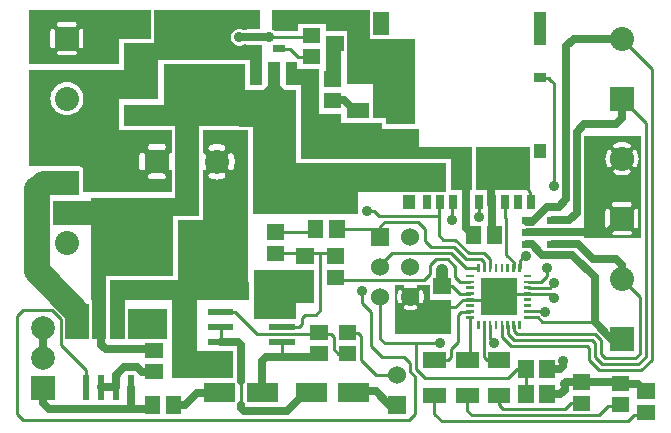
<source format=gbr>
G04 start of page 2 for group 0 idx 0 *
G04 Title: (unknown), component *
G04 Creator: pcb 20110918 *
G04 CreationDate: Fri 20 Jun 2014 04:10:56 PM GMT UTC *
G04 For: ndholmes *
G04 Format: Gerber/RS-274X *
G04 PCB-Dimensions: 225000 140000 *
G04 PCB-Coordinate-Origin: lower left *
%MOIN*%
%FSLAX25Y25*%
%LNTOP*%
%ADD34C,0.0480*%
%ADD33C,0.0380*%
%ADD32C,0.0450*%
%ADD31C,0.0200*%
%ADD30C,0.0360*%
%ADD29R,0.0315X0.0315*%
%ADD28R,0.0240X0.0240*%
%ADD27R,0.0945X0.0945*%
%ADD26R,0.0378X0.0378*%
%ADD25R,0.0360X0.0360*%
%ADD24R,0.0091X0.0091*%
%ADD23R,0.0394X0.0394*%
%ADD22R,0.0276X0.0276*%
%ADD21R,0.0200X0.0200*%
%ADD20R,0.0630X0.0630*%
%ADD19R,0.0512X0.0512*%
%ADD18C,0.0787*%
%ADD17C,0.0600*%
%ADD16C,0.0850*%
%ADD15C,0.0800*%
%ADD14C,0.0400*%
%ADD13C,0.0250*%
%ADD12C,0.0100*%
%ADD11C,0.0001*%
G54D11*G36*
X56500Y102000D02*X64500D01*
Y78500D01*
X56500D01*
Y102000D01*
G37*
G36*
X75261Y99000D02*X81000D01*
Y51500D01*
X75261D01*
Y85683D01*
X75331Y85695D01*
X75480Y85746D01*
X75619Y85819D01*
X75745Y85913D01*
X75855Y86025D01*
X75946Y86154D01*
X76013Y86296D01*
X76204Y86828D01*
X76337Y87377D01*
X76417Y87936D01*
X76444Y88500D01*
X76417Y89064D01*
X76337Y89623D01*
X76204Y90172D01*
X76019Y90706D01*
X75950Y90848D01*
X75858Y90977D01*
X75748Y91091D01*
X75621Y91185D01*
X75481Y91259D01*
X75332Y91309D01*
X75261Y91321D01*
Y99000D01*
G37*
G36*
X70502D02*X75261D01*
Y91321D01*
X75176Y91336D01*
X75018Y91338D01*
X74861Y91315D01*
X74710Y91268D01*
X74569Y91198D01*
X74439Y91107D01*
X74326Y90996D01*
X74232Y90870D01*
X74158Y90730D01*
X74108Y90580D01*
X74081Y90424D01*
X74079Y90266D01*
X74102Y90110D01*
X74152Y89960D01*
X74278Y89608D01*
X74366Y89244D01*
X74419Y88874D01*
X74437Y88500D01*
X74419Y88126D01*
X74366Y87756D01*
X74278Y87392D01*
X74156Y87039D01*
X74106Y86889D01*
X74083Y86734D01*
X74085Y86576D01*
X74112Y86421D01*
X74162Y86272D01*
X74236Y86133D01*
X74330Y86007D01*
X74442Y85897D01*
X74571Y85806D01*
X74712Y85736D01*
X74862Y85689D01*
X75018Y85667D01*
X75175Y85668D01*
X75261Y85683D01*
Y51500D01*
X70502D01*
Y82556D01*
X71064Y82583D01*
X71623Y82663D01*
X72172Y82796D01*
X72706Y82981D01*
X72848Y83050D01*
X72977Y83142D01*
X73091Y83252D01*
X73185Y83379D01*
X73259Y83519D01*
X73309Y83668D01*
X73336Y83824D01*
X73338Y83982D01*
X73315Y84139D01*
X73268Y84290D01*
X73198Y84431D01*
X73107Y84561D01*
X72996Y84674D01*
X72870Y84768D01*
X72730Y84842D01*
X72580Y84892D01*
X72424Y84919D01*
X72266Y84921D01*
X72110Y84898D01*
X71960Y84848D01*
X71608Y84722D01*
X71244Y84634D01*
X70874Y84581D01*
X70502Y84563D01*
Y92437D01*
X70874Y92419D01*
X71244Y92366D01*
X71608Y92278D01*
X71961Y92156D01*
X72111Y92106D01*
X72266Y92083D01*
X72424Y92085D01*
X72579Y92112D01*
X72728Y92162D01*
X72867Y92236D01*
X72993Y92330D01*
X73103Y92442D01*
X73194Y92571D01*
X73264Y92712D01*
X73311Y92862D01*
X73333Y93018D01*
X73332Y93175D01*
X73305Y93331D01*
X73254Y93480D01*
X73181Y93619D01*
X73087Y93745D01*
X72975Y93855D01*
X72846Y93946D01*
X72704Y94013D01*
X72172Y94204D01*
X71623Y94337D01*
X71064Y94417D01*
X70502Y94444D01*
Y99000D01*
G37*
G36*
X66000D02*X70502D01*
Y94444D01*
X70500Y94444D01*
X69936Y94417D01*
X69377Y94337D01*
X68828Y94204D01*
X68294Y94019D01*
X68152Y93950D01*
X68023Y93858D01*
X67909Y93748D01*
X67815Y93621D01*
X67741Y93481D01*
X67691Y93332D01*
X67664Y93176D01*
X67662Y93018D01*
X67685Y92861D01*
X67732Y92710D01*
X67802Y92569D01*
X67893Y92439D01*
X68004Y92326D01*
X68130Y92232D01*
X68270Y92158D01*
X68420Y92108D01*
X68576Y92081D01*
X68734Y92079D01*
X68890Y92102D01*
X69040Y92152D01*
X69392Y92278D01*
X69756Y92366D01*
X70126Y92419D01*
X70500Y92437D01*
X70502Y92437D01*
Y84563D01*
X70500Y84563D01*
X70126Y84581D01*
X69756Y84634D01*
X69392Y84722D01*
X69039Y84844D01*
X68889Y84894D01*
X68734Y84917D01*
X68576Y84915D01*
X68421Y84888D01*
X68272Y84838D01*
X68133Y84764D01*
X68007Y84670D01*
X67897Y84558D01*
X67806Y84429D01*
X67736Y84288D01*
X67689Y84138D01*
X67667Y83982D01*
X67668Y83825D01*
X67695Y83669D01*
X67746Y83520D01*
X67819Y83381D01*
X67913Y83255D01*
X68025Y83145D01*
X68154Y83054D01*
X68296Y82987D01*
X68828Y82796D01*
X69377Y82663D01*
X69936Y82583D01*
X70500Y82556D01*
X70502Y82556D01*
Y51500D01*
X66000D01*
Y85665D01*
X66139Y85685D01*
X66290Y85732D01*
X66431Y85802D01*
X66561Y85893D01*
X66674Y86004D01*
X66768Y86130D01*
X66842Y86270D01*
X66892Y86420D01*
X66919Y86576D01*
X66921Y86734D01*
X66898Y86890D01*
X66848Y87040D01*
X66722Y87392D01*
X66634Y87756D01*
X66581Y88126D01*
X66563Y88500D01*
X66581Y88874D01*
X66634Y89244D01*
X66722Y89608D01*
X66844Y89961D01*
X66894Y90111D01*
X66917Y90266D01*
X66915Y90424D01*
X66888Y90579D01*
X66838Y90728D01*
X66764Y90867D01*
X66670Y90993D01*
X66558Y91103D01*
X66429Y91194D01*
X66288Y91264D01*
X66138Y91311D01*
X66000Y91331D01*
Y99000D01*
G37*
G36*
X56500Y81500D02*X64500D01*
Y73500D01*
X56500D01*
Y81500D01*
G37*
G36*
X57500Y69000D02*X79000D01*
Y51500D01*
X57500D01*
Y69000D01*
G37*
G36*
X78000Y112500D02*X86616D01*
X86619Y106127D01*
X86656Y105974D01*
X86716Y105829D01*
X86798Y105694D01*
X86901Y105575D01*
X87020Y105472D01*
X87155Y105390D01*
X87300Y105330D01*
X87453Y105293D01*
X87610Y105284D01*
X91547Y105293D01*
X91700Y105330D01*
X91845Y105390D01*
X91980Y105472D01*
X92099Y105575D01*
X92202Y105694D01*
X92284Y105829D01*
X92344Y105974D01*
X92381Y106127D01*
X92390Y106284D01*
X92386Y112500D01*
X97000D01*
Y100000D01*
X78000D01*
Y112500D01*
G37*
G36*
X82500D02*X86616D01*
X86619Y106127D01*
X86656Y105974D01*
X86716Y105829D01*
X86798Y105694D01*
X86901Y105575D01*
X87020Y105472D01*
X87155Y105390D01*
X87300Y105330D01*
X87453Y105293D01*
X87610Y105284D01*
X91547Y105293D01*
X91700Y105330D01*
X91845Y105390D01*
X91980Y105472D01*
X92099Y105575D01*
X92202Y105694D01*
X92284Y105829D01*
X92344Y105974D01*
X92381Y106127D01*
X92390Y106284D01*
X92386Y112500D01*
X97000D01*
Y76500D01*
X82500D01*
Y112500D01*
G37*
G36*
X39500Y128000D02*X51000D01*
Y109500D01*
X39500D01*
Y128000D01*
G37*
G36*
X53000Y118500D02*X75500D01*
Y100500D01*
X53000D01*
Y118500D01*
G37*
G36*
X39500Y107500D02*X58000D01*
Y100500D01*
X39500D01*
Y107500D01*
G37*
G36*
X20492Y119000D02*X38000D01*
Y91500D01*
X20492D01*
Y103984D01*
X20500Y103983D01*
X21363Y104051D01*
X22205Y104253D01*
X23005Y104584D01*
X23743Y105037D01*
X24401Y105599D01*
X24963Y106257D01*
X25416Y106995D01*
X25747Y107795D01*
X25949Y108637D01*
X26000Y109500D01*
X25949Y110363D01*
X25747Y111205D01*
X25416Y112005D01*
X24963Y112743D01*
X24401Y113401D01*
X23743Y113963D01*
X23005Y114416D01*
X22205Y114747D01*
X21363Y114949D01*
X20500Y115017D01*
X20492Y115016D01*
Y119000D01*
G37*
G36*
X8000D02*X20492D01*
Y115016D01*
X19637Y114949D01*
X18795Y114747D01*
X17995Y114416D01*
X17257Y113963D01*
X16599Y113401D01*
X16037Y112743D01*
X15584Y112005D01*
X15253Y111205D01*
X15051Y110363D01*
X14983Y109500D01*
X15051Y108637D01*
X15253Y107795D01*
X15584Y106995D01*
X16037Y106257D01*
X16599Y105599D01*
X17257Y105037D01*
X17995Y104584D01*
X18795Y104253D01*
X19637Y104051D01*
X20492Y103984D01*
Y91500D01*
X8000D01*
Y119000D01*
G37*
G36*
X34500D02*X50000D01*
Y109500D01*
X34500D01*
Y119000D01*
G37*
G36*
X20500Y139000D02*X48500D01*
Y129500D01*
X26000D01*
Y132000D01*
X25993Y132118D01*
X25965Y132232D01*
X25920Y132342D01*
X25859Y132442D01*
X25782Y132532D01*
X25692Y132609D01*
X25592Y132670D01*
X25482Y132715D01*
X25368Y132743D01*
X25250Y132752D01*
X25132Y132743D01*
X25018Y132715D01*
X24908Y132670D01*
X24808Y132609D01*
X24718Y132532D01*
X24641Y132442D01*
X24580Y132342D01*
X24535Y132232D01*
X24507Y132118D01*
X24500Y132000D01*
Y129500D01*
X20500D01*
Y133500D01*
X23000D01*
X23118Y133507D01*
X23232Y133535D01*
X23342Y133580D01*
X23442Y133641D01*
X23532Y133718D01*
X23609Y133808D01*
X23670Y133908D01*
X23715Y134018D01*
X23743Y134132D01*
X23752Y134250D01*
X23743Y134368D01*
X23715Y134482D01*
X23670Y134592D01*
X23609Y134692D01*
X23532Y134782D01*
X23442Y134859D01*
X23342Y134920D01*
X23232Y134965D01*
X23118Y134993D01*
X23000Y135000D01*
X20500D01*
Y139000D01*
G37*
G36*
X8000D02*X20500D01*
Y135000D01*
X18000D01*
X17882Y134993D01*
X17768Y134965D01*
X17658Y134920D01*
X17558Y134859D01*
X17468Y134782D01*
X17391Y134692D01*
X17330Y134592D01*
X17285Y134482D01*
X17257Y134368D01*
X17248Y134250D01*
X17257Y134132D01*
X17285Y134018D01*
X17330Y133908D01*
X17391Y133808D01*
X17468Y133718D01*
X17558Y133641D01*
X17658Y133580D01*
X17768Y133535D01*
X17882Y133507D01*
X18000Y133500D01*
X20500D01*
Y129500D01*
X16500D01*
Y132000D01*
X16493Y132118D01*
X16465Y132232D01*
X16420Y132342D01*
X16359Y132442D01*
X16282Y132532D01*
X16192Y132609D01*
X16092Y132670D01*
X15982Y132715D01*
X15868Y132743D01*
X15750Y132752D01*
X15632Y132743D01*
X15518Y132715D01*
X15408Y132670D01*
X15308Y132609D01*
X15218Y132532D01*
X15141Y132442D01*
X15080Y132342D01*
X15035Y132232D01*
X15007Y132118D01*
X15000Y132000D01*
Y129500D01*
X8000D01*
Y139000D01*
G37*
G36*
X25250D02*X38000D01*
Y121000D01*
X25250D01*
Y126248D01*
X25368Y126257D01*
X25482Y126285D01*
X25592Y126330D01*
X25692Y126391D01*
X25782Y126468D01*
X25859Y126558D01*
X25920Y126658D01*
X25965Y126768D01*
X25993Y126882D01*
X26000Y127000D01*
Y132000D01*
X25993Y132118D01*
X25965Y132232D01*
X25920Y132342D01*
X25859Y132442D01*
X25782Y132532D01*
X25692Y132609D01*
X25592Y132670D01*
X25482Y132715D01*
X25368Y132743D01*
X25250Y132752D01*
Y139000D01*
G37*
G36*
X20500D02*X25250D01*
Y132752D01*
X25132Y132743D01*
X25018Y132715D01*
X24908Y132670D01*
X24808Y132609D01*
X24718Y132532D01*
X24641Y132442D01*
X24580Y132342D01*
X24535Y132232D01*
X24507Y132118D01*
X24500Y132000D01*
Y127000D01*
X24507Y126882D01*
X24535Y126768D01*
X24580Y126658D01*
X24641Y126558D01*
X24718Y126468D01*
X24808Y126391D01*
X24908Y126330D01*
X25018Y126285D01*
X25132Y126257D01*
X25250Y126248D01*
Y121000D01*
X20500D01*
Y124000D01*
X23000D01*
X23118Y124007D01*
X23232Y124035D01*
X23342Y124080D01*
X23442Y124141D01*
X23532Y124218D01*
X23609Y124308D01*
X23670Y124408D01*
X23715Y124518D01*
X23743Y124632D01*
X23752Y124750D01*
X23743Y124868D01*
X23715Y124982D01*
X23670Y125092D01*
X23609Y125192D01*
X23532Y125282D01*
X23442Y125359D01*
X23342Y125420D01*
X23232Y125465D01*
X23118Y125493D01*
X23000Y125500D01*
X20500D01*
Y133500D01*
X23000D01*
X23118Y133507D01*
X23232Y133535D01*
X23342Y133580D01*
X23442Y133641D01*
X23532Y133718D01*
X23609Y133808D01*
X23670Y133908D01*
X23715Y134018D01*
X23743Y134132D01*
X23752Y134250D01*
X23743Y134368D01*
X23715Y134482D01*
X23670Y134592D01*
X23609Y134692D01*
X23532Y134782D01*
X23442Y134859D01*
X23342Y134920D01*
X23232Y134965D01*
X23118Y134993D01*
X23000Y135000D01*
X20500D01*
Y139000D01*
G37*
G36*
X15750D02*X20500D01*
Y135000D01*
X18000D01*
X17882Y134993D01*
X17768Y134965D01*
X17658Y134920D01*
X17558Y134859D01*
X17468Y134782D01*
X17391Y134692D01*
X17330Y134592D01*
X17285Y134482D01*
X17257Y134368D01*
X17248Y134250D01*
X17257Y134132D01*
X17285Y134018D01*
X17330Y133908D01*
X17391Y133808D01*
X17468Y133718D01*
X17558Y133641D01*
X17658Y133580D01*
X17768Y133535D01*
X17882Y133507D01*
X18000Y133500D01*
X20500D01*
Y125500D01*
X18000D01*
X17882Y125493D01*
X17768Y125465D01*
X17658Y125420D01*
X17558Y125359D01*
X17468Y125282D01*
X17391Y125192D01*
X17330Y125092D01*
X17285Y124982D01*
X17257Y124868D01*
X17248Y124750D01*
X17257Y124632D01*
X17285Y124518D01*
X17330Y124408D01*
X17391Y124308D01*
X17468Y124218D01*
X17558Y124141D01*
X17658Y124080D01*
X17768Y124035D01*
X17882Y124007D01*
X18000Y124000D01*
X20500D01*
Y121000D01*
X15750D01*
Y126248D01*
X15868Y126257D01*
X15982Y126285D01*
X16092Y126330D01*
X16192Y126391D01*
X16282Y126468D01*
X16359Y126558D01*
X16420Y126658D01*
X16465Y126768D01*
X16493Y126882D01*
X16500Y127000D01*
Y132000D01*
X16493Y132118D01*
X16465Y132232D01*
X16420Y132342D01*
X16359Y132442D01*
X16282Y132532D01*
X16192Y132609D01*
X16092Y132670D01*
X15982Y132715D01*
X15868Y132743D01*
X15750Y132752D01*
Y139000D01*
G37*
G36*
X8000D02*X15750D01*
Y132752D01*
X15632Y132743D01*
X15518Y132715D01*
X15408Y132670D01*
X15308Y132609D01*
X15218Y132532D01*
X15141Y132442D01*
X15080Y132342D01*
X15035Y132232D01*
X15007Y132118D01*
X15000Y132000D01*
Y127000D01*
X15007Y126882D01*
X15035Y126768D01*
X15080Y126658D01*
X15141Y126558D01*
X15218Y126468D01*
X15308Y126391D01*
X15408Y126330D01*
X15518Y126285D01*
X15632Y126257D01*
X15750Y126248D01*
Y121000D01*
X8000D01*
Y139000D01*
G37*
G36*
X50500Y99000D02*X55500D01*
Y91435D01*
X55437Y91440D01*
X55280Y91428D01*
X55127Y91391D01*
X54982Y91331D01*
X54847Y91249D01*
X54728Y91146D01*
X54625Y91027D01*
X54543Y90892D01*
X54483Y90747D01*
X54446Y90594D01*
X54437Y90437D01*
Y86563D01*
X54446Y86406D01*
X54483Y86253D01*
X54543Y86108D01*
X54625Y85973D01*
X54728Y85854D01*
X54847Y85751D01*
X54982Y85669D01*
X55127Y85609D01*
X55280Y85572D01*
X55437Y85560D01*
X55500Y85565D01*
Y78500D01*
X50500D01*
Y82563D01*
X52437D01*
X52594Y82572D01*
X52747Y82609D01*
X52892Y82669D01*
X53027Y82751D01*
X53146Y82854D01*
X53249Y82973D01*
X53331Y83108D01*
X53391Y83253D01*
X53428Y83406D01*
X53440Y83563D01*
X53428Y83720D01*
X53391Y83873D01*
X53331Y84018D01*
X53249Y84153D01*
X53146Y84272D01*
X53027Y84375D01*
X52892Y84457D01*
X52747Y84517D01*
X52594Y84554D01*
X52437Y84563D01*
X50500D01*
Y92437D01*
X52437D01*
X52594Y92446D01*
X52747Y92483D01*
X52892Y92543D01*
X53027Y92625D01*
X53146Y92728D01*
X53249Y92847D01*
X53331Y92982D01*
X53391Y93127D01*
X53428Y93280D01*
X53440Y93437D01*
X53428Y93594D01*
X53391Y93747D01*
X53331Y93892D01*
X53249Y94027D01*
X53146Y94146D01*
X53027Y94249D01*
X52892Y94331D01*
X52747Y94391D01*
X52594Y94428D01*
X52437Y94437D01*
X50500D01*
Y99000D01*
G37*
G36*
X45563D02*X50500D01*
Y94437D01*
X48563D01*
X48406Y94428D01*
X48253Y94391D01*
X48108Y94331D01*
X47973Y94249D01*
X47854Y94146D01*
X47751Y94027D01*
X47669Y93892D01*
X47609Y93747D01*
X47572Y93594D01*
X47560Y93437D01*
X47572Y93280D01*
X47609Y93127D01*
X47669Y92982D01*
X47751Y92847D01*
X47854Y92728D01*
X47973Y92625D01*
X48108Y92543D01*
X48253Y92483D01*
X48406Y92446D01*
X48563Y92437D01*
X50500D01*
Y84563D01*
X48563D01*
X48406Y84554D01*
X48253Y84517D01*
X48108Y84457D01*
X47973Y84375D01*
X47854Y84272D01*
X47751Y84153D01*
X47669Y84018D01*
X47609Y83873D01*
X47572Y83720D01*
X47560Y83563D01*
X47572Y83406D01*
X47609Y83253D01*
X47669Y83108D01*
X47751Y82973D01*
X47854Y82854D01*
X47973Y82751D01*
X48108Y82669D01*
X48253Y82609D01*
X48406Y82572D01*
X48563Y82563D01*
X50500D01*
Y78500D01*
X45563D01*
Y85560D01*
X45720Y85572D01*
X45873Y85609D01*
X46018Y85669D01*
X46153Y85751D01*
X46272Y85854D01*
X46375Y85973D01*
X46457Y86108D01*
X46517Y86253D01*
X46554Y86406D01*
X46563Y86563D01*
Y90437D01*
X46554Y90594D01*
X46517Y90747D01*
X46457Y90892D01*
X46375Y91027D01*
X46272Y91146D01*
X46153Y91249D01*
X46018Y91331D01*
X45873Y91391D01*
X45720Y91428D01*
X45563Y91440D01*
Y99000D01*
G37*
G36*
X16500D02*X45563D01*
Y91440D01*
X45406Y91428D01*
X45253Y91391D01*
X45108Y91331D01*
X44973Y91249D01*
X44854Y91146D01*
X44751Y91027D01*
X44669Y90892D01*
X44609Y90747D01*
X44572Y90594D01*
X44563Y90437D01*
Y86563D01*
X44572Y86406D01*
X44609Y86253D01*
X44669Y86108D01*
X44751Y85973D01*
X44854Y85854D01*
X44973Y85751D01*
X45108Y85669D01*
X45253Y85609D01*
X45406Y85572D01*
X45563Y85560D01*
Y78500D01*
X25998D01*
X25986Y85735D01*
X25931Y85965D01*
X25841Y86183D01*
X25717Y86384D01*
X25564Y86564D01*
X25384Y86717D01*
X25183Y86841D01*
X24965Y86931D01*
X24735Y86986D01*
X24500Y87000D01*
X16500Y86986D01*
Y99000D01*
G37*
G36*
X8000Y96000D02*X19500D01*
Y87000D01*
X8000D01*
Y96000D01*
G37*
G36*
X91000Y52500D02*X103000D01*
Y41500D01*
X91000D01*
Y52500D01*
G37*
G36*
X134000Y93500D02*X155000D01*
Y89500D01*
X134000D01*
Y93500D01*
G37*
G36*
X137000Y88000D02*X147000D01*
Y78500D01*
X146209D01*
X146209Y78500D01*
X146208Y78500D01*
X141879D01*
X141879Y78500D01*
X141878Y78500D01*
X137000D01*
Y88000D01*
G37*
G36*
X148500Y93500D02*X155500D01*
Y79000D01*
X148500D01*
Y93500D01*
G37*
G36*
X142500Y78500D02*X141879D01*
X141879Y78500D01*
X141878Y78500D01*
X98500D01*
Y88000D01*
X142500D01*
Y78500D01*
G37*
G36*
X212000Y63000D02*X209993D01*
Y66295D01*
X210018Y66285D01*
X210132Y66257D01*
X210250Y66248D01*
X210368Y66257D01*
X210482Y66285D01*
X210592Y66330D01*
X210692Y66391D01*
X210782Y66468D01*
X210859Y66558D01*
X210920Y66658D01*
X210965Y66768D01*
X210993Y66882D01*
X211000Y67000D01*
Y72000D01*
X210993Y72118D01*
X210965Y72232D01*
X210920Y72342D01*
X210859Y72442D01*
X210782Y72532D01*
X210692Y72609D01*
X210592Y72670D01*
X210482Y72715D01*
X210368Y72743D01*
X210250Y72752D01*
X210132Y72743D01*
X210018Y72715D01*
X209993Y72705D01*
Y86645D01*
X210078Y86681D01*
X210179Y86743D01*
X210269Y86819D01*
X210345Y86909D01*
X210405Y87011D01*
X210622Y87480D01*
X210789Y87969D01*
X210909Y88472D01*
X210982Y88984D01*
X211006Y89500D01*
X210982Y90016D01*
X210909Y90528D01*
X210789Y91031D01*
X210622Y91520D01*
X210410Y91992D01*
X210349Y92093D01*
X210272Y92184D01*
X210182Y92261D01*
X210080Y92323D01*
X209993Y92360D01*
Y97000D01*
X212000D01*
Y63000D01*
G37*
G36*
X209993D02*X205502D01*
Y64000D01*
X208000D01*
X208118Y64007D01*
X208232Y64035D01*
X208342Y64080D01*
X208442Y64141D01*
X208532Y64218D01*
X208609Y64308D01*
X208670Y64408D01*
X208715Y64518D01*
X208743Y64632D01*
X208752Y64750D01*
X208743Y64868D01*
X208715Y64982D01*
X208670Y65092D01*
X208609Y65192D01*
X208532Y65282D01*
X208442Y65359D01*
X208342Y65420D01*
X208232Y65465D01*
X208118Y65493D01*
X208000Y65500D01*
X205502D01*
Y73500D01*
X208000D01*
X208118Y73507D01*
X208232Y73535D01*
X208342Y73580D01*
X208442Y73641D01*
X208532Y73718D01*
X208609Y73808D01*
X208670Y73908D01*
X208715Y74018D01*
X208743Y74132D01*
X208752Y74250D01*
X208743Y74368D01*
X208715Y74482D01*
X208670Y74592D01*
X208609Y74692D01*
X208532Y74782D01*
X208442Y74859D01*
X208342Y74920D01*
X208232Y74965D01*
X208118Y74993D01*
X208000Y75000D01*
X205502D01*
Y83994D01*
X206016Y84018D01*
X206528Y84091D01*
X207031Y84211D01*
X207520Y84378D01*
X207992Y84590D01*
X208093Y84651D01*
X208184Y84728D01*
X208261Y84818D01*
X208323Y84920D01*
X208369Y85029D01*
X208397Y85145D01*
X208406Y85263D01*
X208397Y85381D01*
X208370Y85497D01*
X208324Y85607D01*
X208262Y85708D01*
X208186Y85798D01*
X208095Y85876D01*
X207994Y85938D01*
X207885Y85984D01*
X207769Y86011D01*
X207651Y86021D01*
X207532Y86012D01*
X207417Y85984D01*
X207308Y85937D01*
X206968Y85779D01*
X206612Y85658D01*
X206247Y85570D01*
X205875Y85518D01*
X205502Y85500D01*
Y93500D01*
X205875Y93482D01*
X206247Y93430D01*
X206612Y93342D01*
X206968Y93221D01*
X207310Y93067D01*
X207418Y93020D01*
X207533Y92993D01*
X207651Y92983D01*
X207768Y92993D01*
X207883Y93021D01*
X207992Y93066D01*
X208093Y93128D01*
X208182Y93205D01*
X208259Y93295D01*
X208320Y93395D01*
X208365Y93504D01*
X208393Y93619D01*
X208402Y93737D01*
X208392Y93855D01*
X208365Y93969D01*
X208319Y94078D01*
X208257Y94179D01*
X208181Y94269D01*
X208091Y94345D01*
X207989Y94405D01*
X207520Y94622D01*
X207031Y94789D01*
X206528Y94909D01*
X206016Y94982D01*
X205502Y95006D01*
Y97000D01*
X209993D01*
Y92360D01*
X209971Y92369D01*
X209855Y92397D01*
X209737Y92406D01*
X209619Y92397D01*
X209503Y92370D01*
X209393Y92324D01*
X209292Y92262D01*
X209202Y92186D01*
X209124Y92095D01*
X209062Y91994D01*
X209016Y91885D01*
X208989Y91769D01*
X208979Y91651D01*
X208988Y91532D01*
X209016Y91417D01*
X209063Y91308D01*
X209221Y90968D01*
X209342Y90612D01*
X209430Y90247D01*
X209482Y89875D01*
X209500Y89500D01*
X209482Y89125D01*
X209430Y88753D01*
X209342Y88388D01*
X209221Y88032D01*
X209067Y87690D01*
X209020Y87582D01*
X208993Y87467D01*
X208983Y87349D01*
X208993Y87232D01*
X209021Y87117D01*
X209066Y87008D01*
X209128Y86907D01*
X209205Y86818D01*
X209295Y86741D01*
X209395Y86680D01*
X209504Y86635D01*
X209619Y86607D01*
X209737Y86598D01*
X209855Y86608D01*
X209969Y86635D01*
X209993Y86645D01*
Y72705D01*
X209908Y72670D01*
X209808Y72609D01*
X209718Y72532D01*
X209641Y72442D01*
X209580Y72342D01*
X209535Y72232D01*
X209507Y72118D01*
X209500Y72000D01*
Y67000D01*
X209507Y66882D01*
X209535Y66768D01*
X209580Y66658D01*
X209641Y66558D01*
X209718Y66468D01*
X209808Y66391D01*
X209908Y66330D01*
X209993Y66295D01*
Y63000D01*
G37*
G36*
X205502D02*X201007D01*
Y66295D01*
X201092Y66330D01*
X201192Y66391D01*
X201282Y66468D01*
X201359Y66558D01*
X201420Y66658D01*
X201465Y66768D01*
X201493Y66882D01*
X201500Y67000D01*
Y72000D01*
X201493Y72118D01*
X201465Y72232D01*
X201420Y72342D01*
X201359Y72442D01*
X201282Y72532D01*
X201192Y72609D01*
X201092Y72670D01*
X201007Y72705D01*
Y86640D01*
X201029Y86631D01*
X201145Y86603D01*
X201263Y86594D01*
X201381Y86603D01*
X201497Y86630D01*
X201607Y86676D01*
X201708Y86738D01*
X201798Y86814D01*
X201876Y86905D01*
X201938Y87006D01*
X201984Y87115D01*
X202011Y87231D01*
X202021Y87349D01*
X202012Y87468D01*
X201984Y87583D01*
X201937Y87692D01*
X201779Y88032D01*
X201658Y88388D01*
X201570Y88753D01*
X201518Y89125D01*
X201500Y89500D01*
X201518Y89875D01*
X201570Y90247D01*
X201658Y90612D01*
X201779Y90968D01*
X201933Y91310D01*
X201980Y91418D01*
X202007Y91533D01*
X202017Y91651D01*
X202007Y91768D01*
X201979Y91883D01*
X201934Y91992D01*
X201872Y92093D01*
X201795Y92182D01*
X201705Y92259D01*
X201605Y92320D01*
X201496Y92365D01*
X201381Y92393D01*
X201263Y92402D01*
X201145Y92392D01*
X201031Y92365D01*
X201007Y92355D01*
Y97000D01*
X205502D01*
Y95006D01*
X205500Y95006D01*
X204984Y94982D01*
X204472Y94909D01*
X203969Y94789D01*
X203480Y94622D01*
X203008Y94410D01*
X202907Y94349D01*
X202816Y94272D01*
X202739Y94182D01*
X202677Y94080D01*
X202631Y93971D01*
X202603Y93855D01*
X202594Y93737D01*
X202603Y93619D01*
X202630Y93503D01*
X202676Y93393D01*
X202738Y93292D01*
X202814Y93202D01*
X202905Y93124D01*
X203006Y93062D01*
X203115Y93016D01*
X203231Y92989D01*
X203349Y92979D01*
X203468Y92988D01*
X203583Y93016D01*
X203692Y93063D01*
X204032Y93221D01*
X204388Y93342D01*
X204753Y93430D01*
X205125Y93482D01*
X205500Y93500D01*
X205502Y93500D01*
Y85500D01*
X205500Y85500D01*
X205125Y85518D01*
X204753Y85570D01*
X204388Y85658D01*
X204032Y85779D01*
X203690Y85933D01*
X203582Y85980D01*
X203467Y86007D01*
X203349Y86017D01*
X203232Y86007D01*
X203117Y85979D01*
X203008Y85934D01*
X202907Y85872D01*
X202818Y85795D01*
X202741Y85705D01*
X202680Y85605D01*
X202635Y85496D01*
X202607Y85381D01*
X202598Y85263D01*
X202608Y85145D01*
X202635Y85031D01*
X202681Y84922D01*
X202743Y84821D01*
X202819Y84731D01*
X202909Y84655D01*
X203011Y84595D01*
X203480Y84378D01*
X203969Y84211D01*
X204472Y84091D01*
X204984Y84018D01*
X205500Y83994D01*
X205502Y83994D01*
Y75000D01*
X203000D01*
X202882Y74993D01*
X202768Y74965D01*
X202658Y74920D01*
X202558Y74859D01*
X202468Y74782D01*
X202391Y74692D01*
X202330Y74592D01*
X202285Y74482D01*
X202257Y74368D01*
X202248Y74250D01*
X202257Y74132D01*
X202285Y74018D01*
X202330Y73908D01*
X202391Y73808D01*
X202468Y73718D01*
X202558Y73641D01*
X202658Y73580D01*
X202768Y73535D01*
X202882Y73507D01*
X203000Y73500D01*
X205502D01*
Y65500D01*
X203000D01*
X202882Y65493D01*
X202768Y65465D01*
X202658Y65420D01*
X202558Y65359D01*
X202468Y65282D01*
X202391Y65192D01*
X202330Y65092D01*
X202285Y64982D01*
X202257Y64868D01*
X202248Y64750D01*
X202257Y64632D01*
X202285Y64518D01*
X202330Y64408D01*
X202391Y64308D01*
X202468Y64218D01*
X202558Y64141D01*
X202658Y64080D01*
X202768Y64035D01*
X202882Y64007D01*
X203000Y64000D01*
X205502D01*
Y63000D01*
G37*
G36*
X201007D02*X193000D01*
Y97000D01*
X201007D01*
Y92355D01*
X200922Y92319D01*
X200821Y92257D01*
X200731Y92181D01*
X200655Y92091D01*
X200595Y91989D01*
X200378Y91520D01*
X200211Y91031D01*
X200091Y90528D01*
X200018Y90016D01*
X199994Y89500D01*
X200018Y88984D01*
X200091Y88472D01*
X200211Y87969D01*
X200378Y87480D01*
X200590Y87008D01*
X200651Y86907D01*
X200728Y86816D01*
X200818Y86739D01*
X200920Y86677D01*
X201007Y86640D01*
Y72705D01*
X200982Y72715D01*
X200868Y72743D01*
X200750Y72752D01*
X200632Y72743D01*
X200518Y72715D01*
X200408Y72670D01*
X200308Y72609D01*
X200218Y72532D01*
X200141Y72442D01*
X200080Y72342D01*
X200035Y72232D01*
X200007Y72118D01*
X200000Y72000D01*
Y67000D01*
X200007Y66882D01*
X200035Y66768D01*
X200080Y66658D01*
X200141Y66558D01*
X200218Y66468D01*
X200308Y66391D01*
X200408Y66330D01*
X200518Y66285D01*
X200632Y66257D01*
X200750Y66248D01*
X200868Y66257D01*
X200982Y66285D01*
X201007Y66295D01*
Y63000D01*
G37*
G36*
X157000Y93500D02*X175000D01*
Y79000D01*
X157000D01*
Y93500D01*
G37*
G36*
X82500Y88000D02*X117500D01*
Y71000D01*
X82500D01*
Y88000D01*
G37*
G36*
X98500Y99500D02*X138000D01*
Y89500D01*
X98500D01*
Y99500D01*
G37*
G36*
X148500Y42500D02*Y40059D01*
X148495Y40000D01*
X148500Y39941D01*
Y31000D01*
X135002D01*
Y38995D01*
X135433Y39016D01*
X135863Y39078D01*
X136284Y39182D01*
X136694Y39325D01*
X136800Y39378D01*
X136896Y39447D01*
X136981Y39530D01*
X137051Y39625D01*
X137106Y39731D01*
X137143Y39843D01*
X137163Y39960D01*
X137164Y40079D01*
X137146Y40196D01*
X137110Y40309D01*
X137057Y40415D01*
X136988Y40512D01*
X136905Y40596D01*
X136809Y40667D01*
X136704Y40721D01*
X136592Y40759D01*
X136475Y40778D01*
X136356Y40779D01*
X136239Y40761D01*
X136126Y40723D01*
X135855Y40624D01*
X135575Y40556D01*
X135289Y40514D01*
X135002Y40500D01*
Y42500D01*
X137825D01*
X137780Y42372D01*
X137742Y42261D01*
X137725Y42144D01*
X137725Y42026D01*
X137745Y41909D01*
X137782Y41797D01*
X137836Y41693D01*
X137906Y41598D01*
X137991Y41515D01*
X138087Y41446D01*
X138192Y41393D01*
X138305Y41357D01*
X138421Y41340D01*
X138539Y41341D01*
X138656Y41360D01*
X138768Y41397D01*
X138873Y41452D01*
X138968Y41522D01*
X139051Y41606D01*
X139119Y41702D01*
X139170Y41808D01*
X139318Y42216D01*
X139388Y42500D01*
X148500D01*
G37*
G36*
X135002Y31000D02*X130000D01*
Y42500D01*
X130612D01*
X130682Y42216D01*
X130825Y41806D01*
X130878Y41700D01*
X130947Y41604D01*
X131030Y41519D01*
X131125Y41449D01*
X131231Y41394D01*
X131343Y41357D01*
X131460Y41337D01*
X131579Y41336D01*
X131696Y41354D01*
X131809Y41390D01*
X131915Y41443D01*
X132012Y41512D01*
X132096Y41595D01*
X132167Y41691D01*
X132221Y41796D01*
X132259Y41908D01*
X132278Y42025D01*
X132279Y42144D01*
X132261Y42261D01*
X132223Y42374D01*
X132177Y42500D01*
X135002D01*
Y40500D01*
X135000Y40500D01*
X134711Y40514D01*
X134425Y40556D01*
X134145Y40624D01*
X133872Y40720D01*
X133761Y40758D01*
X133644Y40775D01*
X133526Y40775D01*
X133409Y40755D01*
X133297Y40718D01*
X133193Y40664D01*
X133098Y40594D01*
X133015Y40509D01*
X132946Y40413D01*
X132893Y40308D01*
X132857Y40195D01*
X132840Y40079D01*
X132841Y39961D01*
X132860Y39844D01*
X132897Y39732D01*
X132952Y39627D01*
X133022Y39532D01*
X133106Y39449D01*
X133202Y39381D01*
X133308Y39330D01*
X133716Y39182D01*
X134137Y39078D01*
X134567Y39016D01*
X135000Y38995D01*
X135002Y38995D01*
Y31000D01*
G37*
G36*
X83000Y40000D02*X97000D01*
Y36000D01*
X83000D01*
Y40000D01*
G37*
G36*
X141500Y47500D02*Y32500D01*
X138613D01*
Y41353D01*
X138656Y41360D01*
X138768Y41397D01*
X138873Y41452D01*
X138968Y41522D01*
X139051Y41606D01*
X139119Y41702D01*
X139170Y41808D01*
X139318Y42216D01*
X139422Y42637D01*
X139484Y43067D01*
X139505Y43500D01*
X139484Y43933D01*
X139422Y44363D01*
X139318Y44784D01*
X139175Y45194D01*
X139122Y45300D01*
X139053Y45396D01*
X138970Y45481D01*
X138875Y45551D01*
X138769Y45606D01*
X138657Y45643D01*
X138613Y45651D01*
Y47500D01*
X139441D01*
X139500Y47495D01*
X139559Y47500D01*
X141500D01*
G37*
G36*
X138613Y32500D02*X135002D01*
Y38995D01*
X135433Y39016D01*
X135863Y39078D01*
X136284Y39182D01*
X136694Y39325D01*
X136800Y39378D01*
X136896Y39447D01*
X136981Y39530D01*
X137051Y39625D01*
X137106Y39731D01*
X137143Y39843D01*
X137163Y39960D01*
X137164Y40079D01*
X137146Y40196D01*
X137110Y40309D01*
X137057Y40415D01*
X136988Y40512D01*
X136905Y40596D01*
X136809Y40667D01*
X136704Y40721D01*
X136592Y40759D01*
X136475Y40778D01*
X136356Y40779D01*
X136239Y40761D01*
X136126Y40723D01*
X135855Y40624D01*
X135575Y40556D01*
X135289Y40514D01*
X135002Y40500D01*
Y46500D01*
X135289Y46486D01*
X135575Y46444D01*
X135855Y46376D01*
X136128Y46280D01*
X136239Y46242D01*
X136356Y46225D01*
X136474Y46225D01*
X136591Y46245D01*
X136703Y46282D01*
X136807Y46336D01*
X136902Y46406D01*
X136985Y46491D01*
X137054Y46587D01*
X137107Y46692D01*
X137143Y46805D01*
X137160Y46921D01*
X137159Y47039D01*
X137140Y47156D01*
X137103Y47268D01*
X137048Y47373D01*
X136978Y47468D01*
X136945Y47500D01*
X138613D01*
Y45651D01*
X138540Y45663D01*
X138421Y45664D01*
X138304Y45646D01*
X138191Y45610D01*
X138085Y45557D01*
X137988Y45488D01*
X137904Y45405D01*
X137833Y45309D01*
X137779Y45204D01*
X137741Y45092D01*
X137722Y44975D01*
X137721Y44856D01*
X137739Y44739D01*
X137777Y44626D01*
X137876Y44355D01*
X137944Y44075D01*
X137986Y43789D01*
X138000Y43500D01*
X137986Y43211D01*
X137944Y42925D01*
X137876Y42645D01*
X137780Y42372D01*
X137742Y42261D01*
X137725Y42144D01*
X137725Y42026D01*
X137745Y41909D01*
X137782Y41797D01*
X137836Y41693D01*
X137906Y41598D01*
X137991Y41515D01*
X138087Y41446D01*
X138192Y41393D01*
X138305Y41357D01*
X138421Y41340D01*
X138539Y41341D01*
X138613Y41353D01*
Y32500D01*
G37*
G36*
X135002D02*X131387D01*
Y41349D01*
X131460Y41337D01*
X131579Y41336D01*
X131696Y41354D01*
X131809Y41390D01*
X131915Y41443D01*
X132012Y41512D01*
X132096Y41595D01*
X132167Y41691D01*
X132221Y41796D01*
X132259Y41908D01*
X132278Y42025D01*
X132279Y42144D01*
X132261Y42261D01*
X132223Y42374D01*
X132124Y42645D01*
X132056Y42925D01*
X132014Y43211D01*
X132000Y43500D01*
X132014Y43789D01*
X132056Y44075D01*
X132124Y44355D01*
X132220Y44628D01*
X132258Y44739D01*
X132275Y44856D01*
X132275Y44974D01*
X132255Y45091D01*
X132218Y45203D01*
X132164Y45307D01*
X132094Y45402D01*
X132009Y45485D01*
X131913Y45554D01*
X131808Y45607D01*
X131695Y45643D01*
X131579Y45660D01*
X131461Y45659D01*
X131387Y45647D01*
Y47500D01*
X133050D01*
X133019Y47470D01*
X132949Y47375D01*
X132894Y47269D01*
X132857Y47157D01*
X132837Y47040D01*
X132836Y46921D01*
X132854Y46804D01*
X132890Y46691D01*
X132943Y46585D01*
X133012Y46488D01*
X133095Y46404D01*
X133191Y46333D01*
X133296Y46279D01*
X133408Y46241D01*
X133525Y46222D01*
X133644Y46221D01*
X133761Y46239D01*
X133874Y46277D01*
X134145Y46376D01*
X134425Y46444D01*
X134711Y46486D01*
X135000Y46500D01*
X135002Y46500D01*
Y40500D01*
X135000Y40500D01*
X134711Y40514D01*
X134425Y40556D01*
X134145Y40624D01*
X133872Y40720D01*
X133761Y40758D01*
X133644Y40775D01*
X133526Y40775D01*
X133409Y40755D01*
X133297Y40718D01*
X133193Y40664D01*
X133098Y40594D01*
X133015Y40509D01*
X132946Y40413D01*
X132893Y40308D01*
X132857Y40195D01*
X132840Y40079D01*
X132841Y39961D01*
X132860Y39844D01*
X132897Y39732D01*
X132952Y39627D01*
X133022Y39532D01*
X133106Y39449D01*
X133202Y39381D01*
X133308Y39330D01*
X133716Y39182D01*
X134137Y39078D01*
X134567Y39016D01*
X135000Y38995D01*
X135002Y38995D01*
Y32500D01*
G37*
G36*
X131387D02*X130000D01*
Y47500D01*
X131387D01*
Y45647D01*
X131344Y45640D01*
X131232Y45603D01*
X131127Y45548D01*
X131032Y45478D01*
X130949Y45394D01*
X130881Y45298D01*
X130830Y45192D01*
X130682Y44784D01*
X130578Y44363D01*
X130516Y43933D01*
X130495Y43500D01*
X130516Y43067D01*
X130578Y42637D01*
X130682Y42216D01*
X130825Y41806D01*
X130878Y41700D01*
X130947Y41604D01*
X131030Y41519D01*
X131125Y41449D01*
X131231Y41394D01*
X131343Y41357D01*
X131387Y41349D01*
Y32500D01*
G37*
G36*
X49500Y139000D02*X56000D01*
Y126000D01*
X49500D01*
Y139000D01*
G37*
G36*
X80000D01*
Y132319D01*
X79936Y132264D01*
X79924Y132250D01*
X79677D01*
X79651Y132272D01*
X79275Y132503D01*
X78868Y132671D01*
X78439Y132774D01*
X78000Y132809D01*
X77561Y132774D01*
X77132Y132671D01*
X76725Y132503D01*
X76349Y132272D01*
X76014Y131986D01*
X75728Y131651D01*
X75497Y131275D01*
X75329Y130868D01*
X75226Y130439D01*
X75191Y130000D01*
X75226Y129561D01*
X75329Y129132D01*
X75497Y128725D01*
X75728Y128349D01*
X76014Y128014D01*
X76349Y127728D01*
X76725Y127497D01*
X77132Y127329D01*
X77561Y127226D01*
X78000Y127191D01*
X78439Y127226D01*
X78868Y127329D01*
X79275Y127497D01*
X79651Y127728D01*
X79677Y127750D01*
X79924D01*
X79936Y127736D01*
X80000Y127681D01*
Y122500D01*
X49500D01*
Y139000D01*
G37*
G36*
X53000Y121000D02*X80000D01*
Y100500D01*
X53000D01*
Y121000D01*
G37*
G36*
X85500Y114000D02*X81500D01*
Y126000D01*
X85500D01*
Y114000D01*
G37*
G36*
X77500Y126000D02*X85500D01*
Y122500D01*
X77500D01*
Y126000D01*
G37*
G36*
X79500Y139000D02*X85000D01*
Y132700D01*
X80765Y132686D01*
X80535Y132631D01*
X80317Y132541D01*
X80116Y132417D01*
X79936Y132264D01*
X79924Y132250D01*
X79677D01*
X79651Y132272D01*
X79500Y132365D01*
Y139000D01*
G37*
G36*
X43500Y76500D02*X64500D01*
Y70500D01*
X43500D01*
Y76500D01*
G37*
G36*
X28500Y50500D02*Y76500D01*
X56000D01*
Y50500D01*
X28500D01*
G37*
G36*
Y55000D02*X33500D01*
Y42500D01*
X28500D01*
Y55000D01*
G37*
G36*
X36500Y67500D02*X16000D01*
Y75500D01*
X36500D01*
Y67500D01*
G37*
G36*
X35500Y49000D02*X81000D01*
Y42500D01*
X35500D01*
Y49000D01*
G37*
G36*
X57500Y54000D02*X81000D01*
Y45500D01*
X57500D01*
Y54000D01*
G37*
G36*
X83000Y52500D02*X97000D01*
Y37500D01*
X83000D01*
Y52500D01*
G37*
G36*
X55500Y45000D02*X64000D01*
Y38000D01*
X55500D01*
Y45000D01*
G37*
G36*
X59000Y25500D02*X76000D01*
Y22000D01*
X59000D01*
Y25500D01*
G37*
G36*
X55500D02*X76000D01*
Y16500D01*
X55500D01*
Y25500D01*
G37*
G36*
X28000Y29500D02*X20000D01*
Y35941D01*
X20005Y36000D01*
X19986Y36235D01*
X19931Y36465D01*
X19841Y36683D01*
X19717Y36884D01*
X19564Y37064D01*
X19519Y37102D01*
X18500Y38121D01*
Y41000D01*
X28000D01*
Y29500D01*
G37*
G36*
X29000Y43000D02*X33000D01*
Y29521D01*
X32697Y29646D01*
X32353Y29729D01*
X32000Y29757D01*
X31647Y29729D01*
X31303Y29646D01*
X30975Y29511D01*
X30958Y29500D01*
X29000D01*
Y43000D01*
G37*
G36*
X55500D02*X64000D01*
Y22000D01*
X55500D01*
Y43000D01*
G37*
G36*
X41000Y39500D02*X54000D01*
Y29500D01*
X41000D01*
Y39500D01*
G37*
G36*
X40000Y29500D02*X35500D01*
Y43500D01*
X40000D01*
Y29500D01*
G37*
G36*
X35000Y49000D02*X37500D01*
Y29500D01*
X35000D01*
Y49000D01*
G37*
G36*
X32000D02*X33500D01*
Y29500D01*
X33042D01*
X33025Y29511D01*
X32697Y29646D01*
X32353Y29729D01*
X32000Y29757D01*
X32000D01*
Y49000D01*
G37*
G36*
X93500Y119500D02*X104000D01*
Y114000D01*
X93500D01*
Y119500D01*
G37*
G36*
X98500D02*X104500D01*
Y91500D01*
X98500D01*
Y119500D01*
G37*
G36*
X107000Y130500D02*X112000D01*
Y113500D01*
X107000D01*
Y130500D01*
G37*
G36*
X103500Y101500D02*X125500D01*
Y97000D01*
X103500D01*
Y101500D01*
G37*
G36*
X104000Y104500D02*X112000D01*
Y98000D01*
X104000D01*
Y104500D01*
G37*
G36*
X114000Y139000D02*X121500D01*
Y114500D01*
X114000D01*
Y139000D01*
G37*
G36*
X136500Y101000D02*X127000D01*
Y127000D01*
X136500D01*
Y101000D01*
G37*
G36*
X114000Y127000D02*X136500D01*
Y114500D01*
X114000D01*
Y127000D01*
G37*
G36*
X122500Y116500D02*X132000D01*
Y103000D01*
X122500D01*
Y116500D01*
G37*
G36*
X119500Y129500D02*X136500D01*
Y120000D01*
X119500D01*
Y129500D01*
G37*
G36*
X77000Y139000D02*X85000D01*
Y135000D01*
X77000D01*
Y139000D01*
G37*
G36*
X79924Y127750D02*X79936Y127736D01*
X80116Y127583D01*
X80317Y127459D01*
X80535Y127369D01*
X80765Y127314D01*
X81000Y127300D01*
X85235Y127314D01*
X85465Y127369D01*
X85500Y127384D01*
Y123000D01*
X78000D01*
Y127191D01*
X78439Y127226D01*
X78868Y127329D01*
X79275Y127497D01*
X79651Y127728D01*
X79677Y127750D01*
X79924D01*
G37*
G36*
X89000Y139000D02*X113000D01*
Y134500D01*
X89000D01*
Y139000D01*
G37*
G36*
X107000D02*X121000D01*
Y132000D01*
X107000D01*
Y139000D01*
G37*
G36*
X89000Y137000D02*X97500D01*
Y132000D01*
X89970D01*
X89651Y132272D01*
X89275Y132503D01*
X89000Y132616D01*
Y137000D01*
G37*
G54D12*X114086Y31500D02*X114000Y31586D01*
X117500Y31500D02*X114086D01*
X118500Y49000D02*X109500D01*
X119000Y45500D02*Y41500D01*
X122000Y38500D01*
Y32000D01*
X91000Y57957D02*X108000D01*
X108957Y57000D01*
X105000Y57914D02*X105043Y57957D01*
X91000Y65043D02*X102457D01*
X103414Y66000D01*
X110500D02*X122500D01*
X125000Y29500D02*Y43500D01*
X105000Y58000D02*Y39000D01*
X103500Y37500D01*
X151579Y48421D02*X150000Y50000D01*
X139500Y49000D02*X117500D01*
X125000Y53500D02*Y54000D01*
X129000Y58000D01*
X148500D01*
X153500Y53000D01*
X152000Y38500D02*X151000Y37500D01*
X153500Y56000D02*X149500Y60000D01*
X154500Y58000D02*X150000Y62500D01*
X149500Y60000D02*X142000D01*
X140000Y62000D01*
X114000Y24500D02*X111000D01*
X109500Y26000D01*
X108500Y31000D02*X109500Y30000D01*
Y26000D01*
X110000Y25500D01*
X118500Y22500D02*Y30500D01*
X117500Y31500D01*
X126500Y28000D02*X125000Y29500D01*
X125500Y23500D02*X122000Y27000D01*
Y35000D01*
X154000Y8000D02*Y5500D01*
X155500Y4000D01*
X145500Y2000D02*X143000Y4500D01*
Y8000D01*
X154000Y10595D02*Y7000D01*
X154953Y36610D02*Y23358D01*
X154000Y22405D01*
X150000Y27500D02*X148500Y26000D01*
Y23500D01*
X147500Y22500D01*
X143095D01*
X151000Y28500D02*X149500Y27000D01*
G54D13*X130500Y7500D02*X128000D01*
X123500Y12000D01*
X116586D01*
X116086Y11500D01*
X101914D02*X100000D01*
X94000Y5500D01*
G54D12*X130500Y17500D02*X123500D01*
X118500Y22500D01*
X133000Y23500D02*X125500D01*
X145000Y28000D02*X126500D01*
X143000Y7000D02*Y10595D01*
X134500Y2500D02*X136500Y4500D01*
Y17000D01*
X143095Y22500D02*X143000Y22405D01*
X137000Y28000D02*Y19500D01*
X140000Y16500D01*
X136500Y17000D02*X135000Y18500D01*
Y21500D01*
X133000Y23500D01*
X144500Y70500D02*Y74807D01*
X144831Y75138D01*
G54D13*X153500Y74507D02*X153493Y74500D01*
G54D12*X149000Y74976D02*X149162Y75138D01*
G54D13*X153500Y74000D02*Y83500D01*
X153493Y75138D02*Y66464D01*
X155957Y64000D01*
X162154Y75654D02*Y64889D01*
G54D12*X157824Y75138D02*Y70176D01*
X158000Y70000D01*
X149000Y69000D02*Y74976D01*
X175000Y78500D02*X171500Y82000D01*
X154953Y42516D02*X152516D01*
X154953Y44484D02*X151516D01*
X149000Y47000D01*
X154953Y48421D02*X152079D01*
X152421D02*X151579D01*
X152516Y42516D02*X150000Y40000D01*
X146000D01*
X149000Y47000D02*X145543D01*
X145500Y47043D01*
G54D14*Y52500D02*Y47000D01*
G54D12*X150000Y50000D02*Y53500D01*
X147500Y56000D01*
X143500D01*
X141500Y54000D01*
Y51000D01*
X139500Y49000D01*
X153500Y53000D02*X157563D01*
X157610Y53047D01*
X158500Y56000D02*X153500D01*
X159579Y53047D02*Y54921D01*
X158500Y56000D01*
X161547Y53047D02*Y55953D01*
X159500Y58000D01*
X154500D01*
X155016Y42516D02*X163516D01*
X165484Y44484D01*
X140000Y62000D02*Y66000D01*
X150000Y62500D02*X146000D01*
X144500Y64000D01*
Y71500D01*
X122500Y66000D02*X125000Y63500D01*
X140000Y66000D02*X137500Y68500D01*
X126500D01*
X125000Y67000D01*
Y63500D01*
X120500Y72000D02*X123000D01*
X124500Y70500D01*
X144500D01*
G54D13*X108500Y109000D02*X113000D01*
X115500Y106500D01*
X88000Y130000D02*X83000D01*
X83500D02*X78000D01*
G54D12*X91000Y126000D02*X95000D01*
X97500Y123500D01*
X102000D01*
X88000Y130000D02*X103000D01*
X188500Y2000D02*X207500D01*
X178500Y4000D02*X198000D01*
G54D13*X192000Y15000D02*X204543D01*
G54D12*X192000Y7914D02*X188414D01*
G54D13*X192500Y15000D02*X187000D01*
X186500Y14500D01*
Y12500D01*
X185000Y11000D01*
X180543D01*
G54D12*X189000Y2000D02*X145500D01*
X164500Y10595D02*Y7500D01*
X164405Y22500D02*X164500Y22405D01*
X155500Y4000D02*X181000D01*
X164500Y7500D02*X165500Y6500D01*
X188414Y7914D02*X186500Y6000D01*
X166000D01*
X164750Y7250D01*
X140000Y16500D02*X167500D01*
X170500Y19500D01*
X173457D01*
Y11000D01*
X207500Y2000D02*X209500Y4000D01*
X212629D01*
X213543Y4914D01*
X204543Y7000D02*X205000Y7457D01*
X198000Y4000D02*X201000Y7000D01*
X204543D01*
G54D13*Y15000D02*X205000Y14543D01*
X211000D01*
X213543Y12000D01*
G54D12*X211500Y24500D02*Y43500D01*
X211000Y21000D02*X213500Y23500D01*
X200000Y23000D02*X210000D01*
X211500Y24500D01*
X199000Y21000D02*X211000D01*
X198000Y19000D02*X212000D01*
X215500Y22500D01*
G54D13*X186000Y22000D02*Y20500D01*
X185000Y19500D01*
X180543D01*
G54D12*X196500Y31000D02*X198500Y29000D01*
Y24500D01*
X200000Y23000D01*
X196500Y23500D02*X199000Y21000D01*
X194500Y22500D02*X198000Y19000D01*
X195500Y29000D02*X196500Y28000D01*
Y23500D01*
X194500Y26500D02*Y22500D01*
X174047Y36610D02*X177390D01*
X179000Y35000D01*
X170500Y31000D02*X196500D01*
X169421Y33953D02*Y32079D01*
X170500Y31000D01*
X167453Y33953D02*Y31047D01*
X169500Y29000D01*
X195500D01*
X155000Y38500D02*X152000D01*
X151000Y37500D02*Y28500D01*
X171390Y53047D02*Y55390D01*
X169421Y53047D02*Y55079D01*
X165484Y30016D02*X168500Y27000D01*
X171390Y55390D02*X173000Y57000D01*
X169421Y55079D02*X167000Y57500D01*
X174047Y48421D02*X177421D01*
X177079D02*X178421D01*
X180500Y50500D01*
Y53000D01*
X174047Y46453D02*X181453D01*
X183000Y48000D01*
X174047Y38579D02*X179921D01*
X180000Y38500D01*
X174047Y44484D02*X181516D01*
X168500Y27000D02*X194000D01*
X194500Y26500D01*
X174500Y44484D02*X165484D01*
X181516D02*X183000Y43000D01*
G54D13*X162154Y64889D02*X163043Y64000D01*
G54D12*X174500Y61000D02*X175000D01*
X166485Y75138D02*Y69936D01*
X167000Y57500D02*Y69421D01*
X166485Y69936D01*
Y71500D01*
X182000Y115500D02*X181000Y116500D01*
X178320D01*
X178296Y116476D01*
X173000Y81000D02*Y85500D01*
X175000Y74500D02*Y78500D01*
G54D13*X162000Y74500D02*Y85000D01*
X174000Y68500D02*X175500D01*
X180500Y73500D01*
G54D12*X211500Y43500D02*X205500Y49500D01*
X213500Y23500D02*Y101500D01*
X205500Y109500D01*
X215500Y22500D02*Y119500D01*
X205500Y129500D01*
X183000Y80500D02*Y114500D01*
G54D13*X190500Y71500D02*Y98500D01*
X184500Y73500D02*X187000Y76000D01*
G54D12*X183000Y114500D02*X181250Y116250D01*
G54D13*X190500Y98500D02*X193000Y101000D01*
X203500D01*
X205500Y103000D01*
Y110000D01*
X180500Y73500D02*X184500D01*
X187000Y76000D02*Y127000D01*
X189500Y129500D01*
X206000D01*
G54D12*X161547Y33953D02*Y30453D01*
X165484Y33953D02*Y30016D01*
X161547Y32047D02*Y29453D01*
X163000Y28000D01*
X159579Y33953D02*Y23421D01*
X160500Y22500D01*
X164405D01*
G54D13*X174300Y64900D02*X200900D01*
X182500Y61000D02*X191000D01*
X196000Y56000D01*
X179000Y57500D02*X189000D01*
X200900Y64900D02*X205500Y69500D01*
X196000Y56000D02*X203500D01*
X205500Y54000D01*
Y49500D01*
X174000Y61000D02*X175500D01*
X189000Y57500D02*X196500Y50000D01*
X175500Y61000D02*X179000Y57500D01*
X182500Y69000D02*X188000D01*
X190500Y71500D01*
X196500Y50000D02*Y35000D01*
X202000Y29500D01*
X204500D01*
G54D12*X179000Y35000D02*X196500D01*
G54D13*X78500Y18500D02*Y15500D01*
X85586Y11500D02*Y22086D01*
X87000Y23500D01*
X78500Y27500D02*Y15500D01*
G54D12*X71750Y28500D02*Y33500D01*
Y38500D02*X76500D01*
X84000Y31000D01*
G54D13*X71750Y28500D02*X77500D01*
X78500Y27500D01*
X87000Y23500D02*X103543D01*
G54D12*X88000Y31000D02*X103957D01*
X84000D02*X89500D01*
X92250Y28500D02*Y23500D01*
X6000Y2500D02*X134500D01*
X78500Y17000D02*Y7000D01*
G54D13*X94000Y5500D02*X79500D01*
X78500Y6500D01*
Y7500D01*
X103543Y23500D02*X104500Y24457D01*
G54D12*X99500Y31000D02*X108500D01*
X92000Y33500D02*X98000D01*
X99000Y34500D01*
Y36500D01*
X100000Y37500D01*
X103500D01*
G54D13*X32000Y33750D02*Y44457D01*
X30957Y45500D01*
X37000Y33750D02*Y44457D01*
X38043Y45500D01*
X32000Y34500D02*Y27500D01*
X33500Y26000D01*
X48543D01*
X49500Y25043D01*
G54D15*X20500Y81500D02*X12500D01*
X10500Y79500D01*
G54D16*Y52000D01*
X23000Y39500D02*X10500Y52000D01*
G54D12*X18500Y36000D02*X15500Y39000D01*
X7500D01*
X8500D02*X6000D01*
X4000Y37000D01*
G54D13*X12500Y23000D02*Y33500D01*
G54D12*X18500Y27500D02*Y36000D01*
X4000Y37000D02*Y4500D01*
X6000Y2500D01*
X27000Y19000D02*X18500Y27500D01*
G54D13*X37000Y13250D02*X32000D01*
X40000Y6000D02*X25000D01*
X34000D02*X47500D01*
X42000Y13000D02*Y6000D01*
X37250Y17500D02*Y17750D01*
X39500Y20000D01*
X44000D01*
X45500Y18500D01*
X49457D01*
X37000Y17500D02*X38500Y19000D01*
X49457Y18500D02*X49500Y18457D01*
X37000Y13250D02*Y17500D01*
G54D12*X27000Y13250D02*Y19000D01*
G54D13*X47500Y6000D02*X49000Y7500D01*
X56086D02*X60000D01*
X64000Y11500D01*
X71414D01*
X26500Y6000D02*X14500D01*
X12500Y8000D01*
Y13000D01*
G54D11*G36*
X8563Y16937D02*Y9063D01*
X16437D01*
Y16937D01*
X8563D01*
G37*
G36*
X127500Y10500D02*Y4500D01*
X133500D01*
Y10500D01*
X127500D01*
G37*
G54D17*X130500Y17500D03*
G54D11*G36*
X122000Y66500D02*Y60500D01*
X128000D01*
Y66500D01*
X122000D01*
G37*
G54D17*X125000Y53500D03*
Y43500D03*
X135000Y63500D03*
Y53500D03*
Y43500D03*
G54D11*G36*
X201500Y113500D02*Y105500D01*
X209500D01*
Y113500D01*
X201500D01*
G37*
G54D15*X205500Y89500D03*
Y129500D03*
G54D11*G36*
X201500Y33500D02*Y25500D01*
X209500D01*
Y33500D01*
X201500D01*
G37*
G54D15*X205500Y49500D03*
G54D11*G36*
X201500Y73500D02*Y65500D01*
X209500D01*
Y73500D01*
X201500D01*
G37*
G36*
X16500Y85500D02*Y77500D01*
X24500D01*
Y85500D01*
X16500D01*
G37*
G54D15*X20500Y61500D03*
G54D11*G36*
X16500Y133500D02*Y125500D01*
X24500D01*
Y133500D01*
X16500D01*
G37*
G54D15*X20500Y109500D03*
G54D18*X70500Y88500D03*
X60500D03*
G54D11*G36*
X46563Y92437D02*Y84563D01*
X54437D01*
Y92437D01*
X46563D01*
G37*
G54D18*X12500Y33000D03*
Y23000D03*
G54D19*X49000Y7893D02*Y7107D01*
X56086Y7893D02*Y7107D01*
X49107Y18457D02*X49893D01*
G54D20*X43508Y55500D02*X49807D01*
G54D21*X27000Y16500D02*Y10000D01*
X32000Y16500D02*Y10000D01*
X37000Y16500D02*Y10000D01*
X42000Y16500D02*Y10000D01*
G54D19*X49107Y25543D02*X49893D01*
G54D21*X42000Y37000D02*Y30500D01*
X37000Y37000D02*Y30500D01*
X32000Y37000D02*Y30500D01*
X27000Y37000D02*Y30500D01*
G54D19*X38043Y45893D02*Y45107D01*
X30957Y45893D02*Y45107D01*
G54D20*X83618Y11500D02*X87554D01*
G54D21*X89000Y23500D02*X95500D01*
X89000Y28500D02*X95500D01*
X89000Y33500D02*X95500D01*
G54D20*X69446Y11500D02*X73382D01*
G54D21*X68500Y28500D02*X75000D01*
X68500Y23500D02*X75000D01*
G54D20*X63193Y55500D02*X69492D01*
G54D21*X68500Y38500D02*X75000D01*
X68500Y33500D02*X75000D01*
G54D19*X78457Y45893D02*Y45107D01*
X85543Y45893D02*Y45107D01*
X145107Y47043D02*X145893D01*
X145107Y39957D02*X145893D01*
X113607Y31586D02*X114393D01*
X113607Y24500D02*X114393D01*
X104107Y31543D02*X104893D01*
X104107Y24457D02*X104893D01*
X110500Y66393D02*Y65607D01*
X109607Y57043D02*X110393D01*
X109607Y49957D02*X110393D01*
G54D20*X99946Y11500D02*X103882D01*
X114118D02*X118054D01*
G54D19*X141819Y10595D02*X144181D01*
X141819Y22405D02*X144181D01*
G54D22*X140501Y76122D02*Y74153D01*
X144831Y76122D02*Y74153D01*
X149162Y76122D02*Y74153D01*
G54D23*X134399Y75531D02*Y74743D01*
G54D19*X173457Y19893D02*Y19107D01*
X180543Y19893D02*Y19107D01*
X163319Y22405D02*X165681D01*
X152819D02*X155181D01*
X173457Y11393D02*Y10607D01*
X163319Y10595D02*X165681D01*
X152819D02*X155181D01*
X180543Y11393D02*Y10607D01*
G54D24*X171390Y34780D02*Y33126D01*
G54D19*X191607Y7914D02*X192393D01*
X213150Y4914D02*X213936D01*
X213150Y12000D02*X213936D01*
X204607Y7457D02*X205393D01*
X204607Y14543D02*X205393D01*
X191607Y15000D02*X192393D01*
G54D24*X154126Y50390D02*X155780D01*
X161547Y53874D02*Y52220D01*
X159579Y53874D02*Y52220D01*
X157610Y53874D02*Y52220D01*
X154126Y48421D02*X155780D01*
X154126Y46453D02*X155780D01*
X154126Y44484D02*X155780D01*
X169421Y53874D02*Y52220D01*
X167453Y53874D02*Y52220D01*
X165484Y53874D02*Y52220D01*
X163516Y53874D02*Y52220D01*
G54D11*G36*
X159185Y48815D02*Y38185D01*
X169815D01*
Y48815D01*
X159185D01*
G37*
G36*
X158398Y49602D02*Y37398D01*
X170602D01*
Y49602D01*
X158398D01*
G37*
G54D24*X154126Y42516D02*X155780D01*
X154126Y40547D02*X155780D01*
X154126Y38579D02*X155780D01*
X154126Y36610D02*X155780D01*
X157610Y34780D02*Y33126D01*
X159579Y34780D02*Y33126D01*
X161547Y34780D02*Y33126D01*
X163516Y34780D02*Y33126D01*
X165484Y34780D02*Y33126D01*
X167453Y34780D02*Y33126D01*
X169421Y34780D02*Y33126D01*
G54D20*X64000Y134492D02*Y128193D01*
Y114807D02*Y108508D01*
G54D25*X43400Y121600D02*X44600D01*
X43400Y134500D02*X44600D01*
G54D19*X44107Y112043D02*X44893D01*
X44107Y104957D02*X44893D01*
X69043Y73893D02*Y73107D01*
X61957Y73893D02*Y73107D01*
X103414Y66393D02*Y65607D01*
X89607Y57957D02*X90393D01*
X89607Y65043D02*X90393D01*
X99564Y57043D02*X100350D01*
X99564Y49957D02*X100350D01*
G54D21*X89000Y38500D02*X95500D01*
G54D20*X107500Y81307D02*Y75008D01*
G54D19*X109607Y135043D02*X110393D01*
X109607Y127957D02*X110393D01*
X108607Y108957D02*X109393D01*
X108607Y116043D02*X109393D01*
X101607Y123457D02*X102393D01*
G54D26*X95406Y119984D02*Y115890D01*
G54D19*X101607Y130543D02*X102393D01*
G54D26*X89500Y119984D02*Y108174D01*
G54D27*Y106440D02*Y104550D01*
G54D11*G36*
X91385Y114005D02*X94225Y111165D01*
X92805Y109745D01*
X89965Y112585D01*
X91385Y114005D01*
G37*
G36*
X84775Y111165D02*X87615Y114005D01*
X89035Y112585D01*
X86195Y109745D01*
X84775Y111165D01*
G37*
G54D26*X83594Y119984D02*Y115890D01*
G54D28*X90400Y126100D02*X92000D01*
X90400Y133900D02*X92000D01*
X82200D02*X83800D01*
X82200Y130000D02*X83800D01*
X82200Y126100D02*X83800D01*
X181700Y61000D02*X183300D01*
X181700Y64900D02*X183300D01*
X181700Y68800D02*X183300D01*
X173500D02*X175100D01*
X173500Y64900D02*X175100D01*
X173500Y61000D02*X175100D01*
G54D24*X173220Y36610D02*X174874D01*
X173220Y38579D02*X174874D01*
X173220Y40547D02*X174874D01*
X173220Y42516D02*X174874D01*
X173220Y44484D02*X174874D01*
X173220Y46453D02*X174874D01*
X173220Y48421D02*X174874D01*
X173220Y50390D02*X174874D01*
X171390Y53874D02*Y52220D01*
G54D29*X177903Y116476D02*X178689D01*
G54D23*X178296Y92460D02*Y91672D01*
X178295Y136358D02*Y129270D01*
G54D19*X155957Y64393D02*Y63607D01*
X163043Y64393D02*Y63607D01*
G54D22*X153493Y76122D02*Y74153D01*
X157824Y76122D02*Y74153D01*
X162154Y76122D02*Y74153D01*
X166485Y76122D02*Y74153D01*
X170816Y76122D02*Y74153D01*
X175147Y76122D02*Y74153D01*
G54D19*X125146Y135769D02*Y133406D01*
X116319Y105595D02*X118681D01*
X116319Y117405D02*X118681D01*
G54D20*X107500Y100992D02*Y94693D01*
G54D30*X31000Y64500D03*
X36000D03*
X31000Y69500D03*
X36000D03*
X31000Y74000D03*
X36000D03*
X41500D03*
Y69500D03*
Y64500D03*
X20000Y71500D03*
X24500D03*
X140000Y85500D03*
X149000Y69000D03*
X144500Y85500D03*
Y81000D03*
X158000Y70000D03*
X120500Y72000D03*
X101000Y73500D03*
X114000Y74000D03*
X170500Y86500D03*
X161500Y91000D03*
X166000D03*
X161500Y86500D03*
X166000D03*
X161500Y82000D03*
X166000D03*
X170500D03*
X101000Y82500D03*
Y78000D03*
X114000Y83000D03*
Y78500D03*
X96500Y82500D03*
Y78000D03*
Y73500D03*
X170500Y91000D03*
X134000Y108000D03*
Y103500D03*
X129500Y108000D03*
Y103500D03*
X109500Y122000D03*
X88000Y130000D03*
X78000D03*
X85000Y97000D03*
X89500D03*
X94000D03*
X85000Y92500D03*
X89500D03*
X94000D03*
X82000Y108000D03*
X77500Y109500D03*
X82000Y103500D03*
X72000Y118500D03*
X77500D03*
X72000Y114000D03*
X77500D03*
X72000Y109500D03*
X77500Y105000D03*
X56000Y118500D03*
Y109500D03*
Y114000D03*
Y105000D03*
X60500Y97500D03*
Y102000D03*
X31000Y54500D03*
X36000D03*
X31000Y59500D03*
X36000D03*
X145500Y52500D03*
X50300Y32300D03*
X145000Y28000D03*
X163000D03*
X119000Y45500D03*
X133000Y34500D03*
X137500D03*
X92500Y44500D03*
Y49500D03*
X186500Y14500D03*
X186000Y22000D03*
X173500Y57000D03*
X180500Y53000D03*
X180000Y38500D03*
X183000Y43000D03*
Y48000D03*
Y80500D03*
X196500Y87500D03*
Y80500D03*
Y73500D03*
X45800Y36800D03*
Y32300D03*
X50300Y36800D03*
X52500Y74000D03*
X47000D03*
X52500Y69500D03*
Y64500D03*
X47000D03*
Y69500D03*
G54D31*G54D32*G54D33*G54D34*G54D32*M02*

</source>
